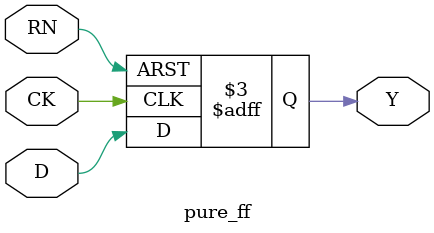
<source format=v>

`timescale 1ns/10ps

module pure_ff #(
    parameter DOMAIN_3V0 = 0
  )(
    input         CK,
//  input         SN,
    input         RN,
    input         D,
    output reg    Y
  );

  always @(posedge CK or negedge RN) // or negedge SN)
  begin
  /* synopsys translate_off */
    #1;
  /* synopsys translate_on */
//  if (!SN) Y <= 1'b1;
    if (!RN) Y <= 1'b0;
    else     Y <= D;
  end

endmodule


</source>
